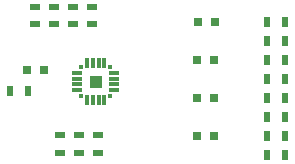
<source format=gbr>
G04 #@! TF.FileFunction,Paste,Top*
%FSLAX46Y46*%
G04 Gerber Fmt 4.6, Leading zero omitted, Abs format (unit mm)*
G04 Created by KiCad (PCBNEW 4.0.2+e4-6225~38~ubuntu14.04.1-stable) date Fri 29 Jul 2016 09:52:58 PM PDT*
%MOMM*%
G01*
G04 APERTURE LIST*
%ADD10C,0.100000*%
%ADD11R,0.800000X0.750000*%
%ADD12R,0.900000X0.500000*%
%ADD13R,0.500000X0.900000*%
%ADD14R,0.350000X0.350000*%
%ADD15R,0.900000X0.300000*%
%ADD16R,0.300000X0.900000*%
%ADD17R,1.080000X1.080000*%
G04 APERTURE END LIST*
D10*
D11*
X138550000Y-80400000D03*
X137050000Y-80400000D03*
X153050000Y-76400000D03*
X151550000Y-76400000D03*
X152950000Y-79600000D03*
X151450000Y-79600000D03*
X152950000Y-82800000D03*
X151450000Y-82800000D03*
X152950000Y-86000000D03*
X151450000Y-86000000D03*
D12*
X141500000Y-87450000D03*
X141500000Y-85950000D03*
X143100000Y-87450000D03*
X143100000Y-85950000D03*
D13*
X135650000Y-82200000D03*
X137150000Y-82200000D03*
D12*
X139900000Y-87450000D03*
X139900000Y-85950000D03*
X137800000Y-75050000D03*
X137800000Y-76550000D03*
X139400000Y-75050000D03*
X139400000Y-76550000D03*
X141000000Y-75050000D03*
X141000000Y-76550000D03*
X142600000Y-75050000D03*
X142600000Y-76550000D03*
D13*
X158950000Y-76400000D03*
X157450000Y-76400000D03*
X158950000Y-79600000D03*
X157450000Y-79600000D03*
X158950000Y-82800000D03*
X157450000Y-82800000D03*
X158950000Y-86000000D03*
X157450000Y-86000000D03*
X157450000Y-78000000D03*
X158950000Y-78000000D03*
X157450000Y-81200000D03*
X158950000Y-81200000D03*
X157450000Y-84400000D03*
X158950000Y-84400000D03*
X157450000Y-87600000D03*
X158950000Y-87600000D03*
D14*
X141650000Y-80150000D03*
D15*
X141350000Y-80650000D03*
X141350000Y-81150000D03*
X141350000Y-81650000D03*
X141350000Y-82150000D03*
D14*
X141650000Y-82650000D03*
D16*
X142150000Y-82950000D03*
X142650000Y-82950000D03*
X143150000Y-82950000D03*
X143650000Y-82950000D03*
D14*
X144150000Y-82650000D03*
D15*
X144450000Y-82150000D03*
X144450000Y-81650000D03*
X144450000Y-81150000D03*
X144450000Y-80650000D03*
D14*
X144150000Y-80150000D03*
D16*
X143650000Y-79850000D03*
X143150000Y-79850000D03*
X142650000Y-79850000D03*
X142150000Y-79850000D03*
D17*
X142900000Y-81400000D03*
M02*

</source>
